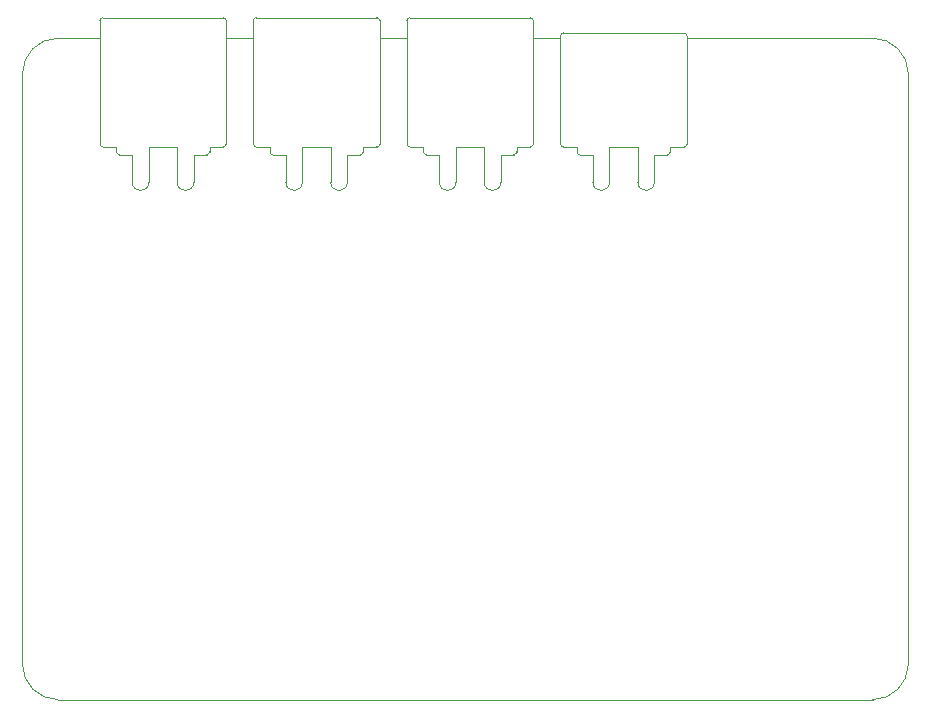
<source format=gbr>
G04 #@! TF.GenerationSoftware,KiCad,Pcbnew,(5.1.4)-1*
G04 #@! TF.CreationDate,2021-11-19T08:14:28-06:00*
G04 #@! TF.ProjectId,RascalHat,52617363-616c-4486-9174-2e6b69636164,rev?*
G04 #@! TF.SameCoordinates,Original*
G04 #@! TF.FileFunction,Profile,NP*
%FSLAX46Y46*%
G04 Gerber Fmt 4.6, Leading zero omitted, Abs format (unit mm)*
G04 Created by KiCad (PCBNEW (5.1.4)-1) date 2021-11-19 08:14:28*
%MOMM*%
%LPD*%
G04 APERTURE LIST*
%ADD10C,0.050000*%
%ADD11C,0.120000*%
G04 APERTURE END LIST*
D10*
X72000000Y0D02*
X56250000Y0D01*
X43250000Y0D02*
X45550000Y0D01*
X30250000Y0D02*
X32560000Y0D01*
X17250000Y0D02*
X19550000Y0D01*
X3000000Y0D02*
X6550000Y0D01*
X75000000Y-53000000D02*
X75000000Y-3000000D01*
X72000000Y0D02*
G75*
G02X75000000Y-3000000I0J-3000000D01*
G01*
X75000000Y-53000000D02*
G75*
G02X72000000Y-56000000I-3000000J0D01*
G01*
X3000000Y-56000000D02*
G75*
G02X0Y-53000000I0J3000000D01*
G01*
X0Y-3000000D02*
G75*
G02X3000000Y0I3000000J0D01*
G01*
X0Y-3000000D02*
X0Y-53000000D01*
X3000000Y-56000000D02*
X72000000Y-56000000D01*
D11*
X26100000Y-9200000D02*
X23700000Y-9200000D01*
X23700000Y-12200000D02*
X23700000Y-9200000D01*
X22300000Y-12200000D02*
G75*
G03X23700000Y-12200000I700000J0D01*
G01*
X22300000Y-9860000D02*
X22300000Y-12200000D01*
X21200000Y-9860000D02*
X22300000Y-9860000D01*
X20950000Y-9200000D02*
X20950000Y-9610000D01*
X20950000Y-9610000D02*
G75*
G03X21200000Y-9860000I250000J0D01*
G01*
X26100000Y-12200000D02*
X26100000Y-9200000D01*
X27500000Y-12200000D02*
G75*
G02X26100000Y-12200000I-700000J0D01*
G01*
X27500000Y-9860000D02*
X27500000Y-12200000D01*
X28600000Y-9860000D02*
X27500000Y-9860000D01*
X28850000Y-9610000D02*
G75*
G02X28600000Y-9860000I-250000J0D01*
G01*
X28850000Y-9200000D02*
X28850000Y-9610000D01*
X20950000Y-9200000D02*
X19800000Y-9200000D01*
X30000000Y-9200000D02*
X28850000Y-9200000D01*
X30250000Y-8950000D02*
G75*
G02X30000000Y-9200000I-250000J0D01*
G01*
X19800000Y-9200000D02*
G75*
G02X19550000Y-8950000I0J250000D01*
G01*
X19550000Y1500000D02*
G75*
G02X19800000Y1750000I250000J0D01*
G01*
X30000000Y1750000D02*
G75*
G02X30250000Y1500000I0J-250000D01*
G01*
X30000000Y1750000D02*
X19800000Y1750000D01*
X19550000Y-8950000D02*
X19550000Y1500000D01*
X30250000Y1500000D02*
X30250000Y-8950000D01*
X13100000Y-9200000D02*
X10700000Y-9200000D01*
X10700000Y-12200000D02*
X10700000Y-9200000D01*
X9300000Y-12200000D02*
G75*
G03X10700000Y-12200000I700000J0D01*
G01*
X9300000Y-9860000D02*
X9300000Y-12200000D01*
X8200000Y-9860000D02*
X9300000Y-9860000D01*
X7950000Y-9200000D02*
X7950000Y-9610000D01*
X7950000Y-9610000D02*
G75*
G03X8200000Y-9860000I250000J0D01*
G01*
X13100000Y-12200000D02*
X13100000Y-9200000D01*
X14500000Y-12200000D02*
G75*
G02X13100000Y-12200000I-700000J0D01*
G01*
X14500000Y-9860000D02*
X14500000Y-12200000D01*
X15600000Y-9860000D02*
X14500000Y-9860000D01*
X15850000Y-9610000D02*
G75*
G02X15600000Y-9860000I-250000J0D01*
G01*
X15850000Y-9200000D02*
X15850000Y-9610000D01*
X7950000Y-9200000D02*
X6800000Y-9200000D01*
X17000000Y-9200000D02*
X15850000Y-9200000D01*
X17250000Y-8950000D02*
G75*
G02X17000000Y-9200000I-250000J0D01*
G01*
X6800000Y-9200000D02*
G75*
G02X6550000Y-8950000I0J250000D01*
G01*
X6550000Y1500000D02*
G75*
G02X6800000Y1750000I250000J0D01*
G01*
X17000000Y1750000D02*
G75*
G02X17250000Y1500000I0J-250000D01*
G01*
X17000000Y1750000D02*
X6800000Y1750000D01*
X6550000Y-8950000D02*
X6550000Y1500000D01*
X17250000Y1500000D02*
X17250000Y-8950000D01*
X49700000Y-9200000D02*
X52100000Y-9200000D01*
X52100000Y-12200000D02*
X52100000Y-9200000D01*
X53500000Y-12200000D02*
G75*
G02X52100000Y-12200000I-700000J0D01*
G01*
X53500000Y-9860000D02*
X53500000Y-12200000D01*
X54600000Y-9860000D02*
X53500000Y-9860000D01*
X54850000Y-9200000D02*
X54850000Y-9610000D01*
X54850000Y-9610000D02*
G75*
G02X54600000Y-9860000I-250000J0D01*
G01*
X49700000Y-12200000D02*
X49700000Y-9200000D01*
X48300000Y-12200000D02*
G75*
G03X49700000Y-12200000I700000J0D01*
G01*
X48300000Y-9860000D02*
X48300000Y-12200000D01*
X47200000Y-9860000D02*
X48300000Y-9860000D01*
X46950000Y-9610000D02*
G75*
G03X47200000Y-9860000I250000J0D01*
G01*
X46950000Y-9200000D02*
X46950000Y-9610000D01*
X54850000Y-9200000D02*
X56000000Y-9200000D01*
X45800000Y-9200000D02*
X46950000Y-9200000D01*
X45550000Y-8950000D02*
G75*
G03X45800000Y-9200000I250000J0D01*
G01*
X56000000Y-9200000D02*
G75*
G03X56250000Y-8950000I0J250000D01*
G01*
X56250000Y200000D02*
G75*
G03X56000000Y450000I-250000J0D01*
G01*
X45800000Y450000D02*
G75*
G03X45550000Y200000I0J-250000D01*
G01*
X45800000Y450000D02*
X56000000Y450000D01*
X56250000Y-8950000D02*
X56250000Y200000D01*
X45550000Y200000D02*
X45550000Y-8950000D01*
X39100000Y-9200000D02*
X36700000Y-9200000D01*
X36700000Y-12200000D02*
X36700000Y-9200000D01*
X35300000Y-12200000D02*
G75*
G03X36700000Y-12200000I700000J0D01*
G01*
X35300000Y-9860000D02*
X35300000Y-12200000D01*
X34200000Y-9860000D02*
X35300000Y-9860000D01*
X33950000Y-9200000D02*
X33950000Y-9610000D01*
X33950000Y-9610000D02*
G75*
G03X34200000Y-9860000I250000J0D01*
G01*
X39100000Y-12200000D02*
X39100000Y-9200000D01*
X40500000Y-12200000D02*
G75*
G02X39100000Y-12200000I-700000J0D01*
G01*
X40500000Y-9860000D02*
X40500000Y-12200000D01*
X41600000Y-9860000D02*
X40500000Y-9860000D01*
X41850000Y-9610000D02*
G75*
G02X41600000Y-9860000I-250000J0D01*
G01*
X41850000Y-9200000D02*
X41850000Y-9610000D01*
X33950000Y-9200000D02*
X32800000Y-9200000D01*
X43000000Y-9200000D02*
X41850000Y-9200000D01*
X43250000Y-8950000D02*
G75*
G02X43000000Y-9200000I-250000J0D01*
G01*
X32800000Y-9200000D02*
G75*
G02X32550000Y-8950000I0J250000D01*
G01*
X32550000Y1500000D02*
G75*
G02X32800000Y1750000I250000J0D01*
G01*
X43000000Y1750000D02*
G75*
G02X43250000Y1500000I0J-250000D01*
G01*
X43000000Y1750000D02*
X32800000Y1750000D01*
X32550000Y-8950000D02*
X32550000Y1500000D01*
X43250000Y1500000D02*
X43250000Y-8950000D01*
M02*

</source>
